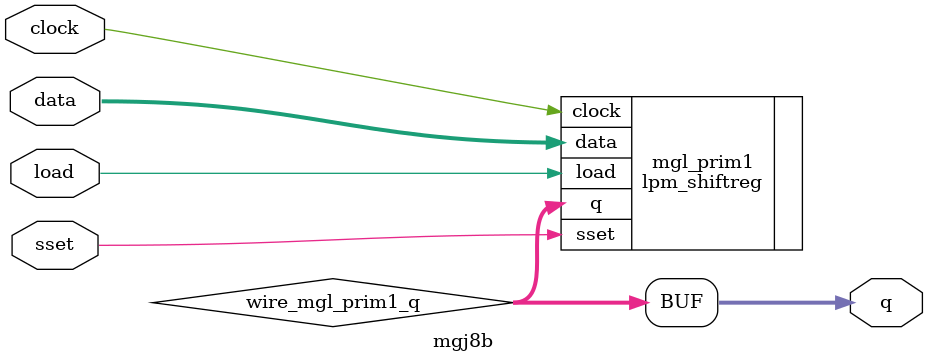
<source format=v>






//synthesis_resources = lpm_shiftreg 1 
//synopsys translate_off
`timescale 1 ps / 1 ps
//synopsys translate_on
module  mgj8b
	( 
	clock,
	data,
	load,
	q,
	sset) /* synthesis synthesis_clearbox=1 */;
	input   clock;
	input   [31:0]  data;
	input   load;
	output   [31:0]  q;
	input   sset;

	wire  [31:0]   wire_mgl_prim1_q;

	lpm_shiftreg   mgl_prim1
	( 
	.clock(clock),
	.data(data),
	.load(load),
	.q(wire_mgl_prim1_q),
	.sset(sset));
	defparam
		mgl_prim1.lpm_direction = "LEFT",
		mgl_prim1.lpm_type = "LPM_SHIFTREG",
		mgl_prim1.lpm_width = 32;
	assign
		q = wire_mgl_prim1_q;
endmodule //mgj8b
//VALID FILE

</source>
